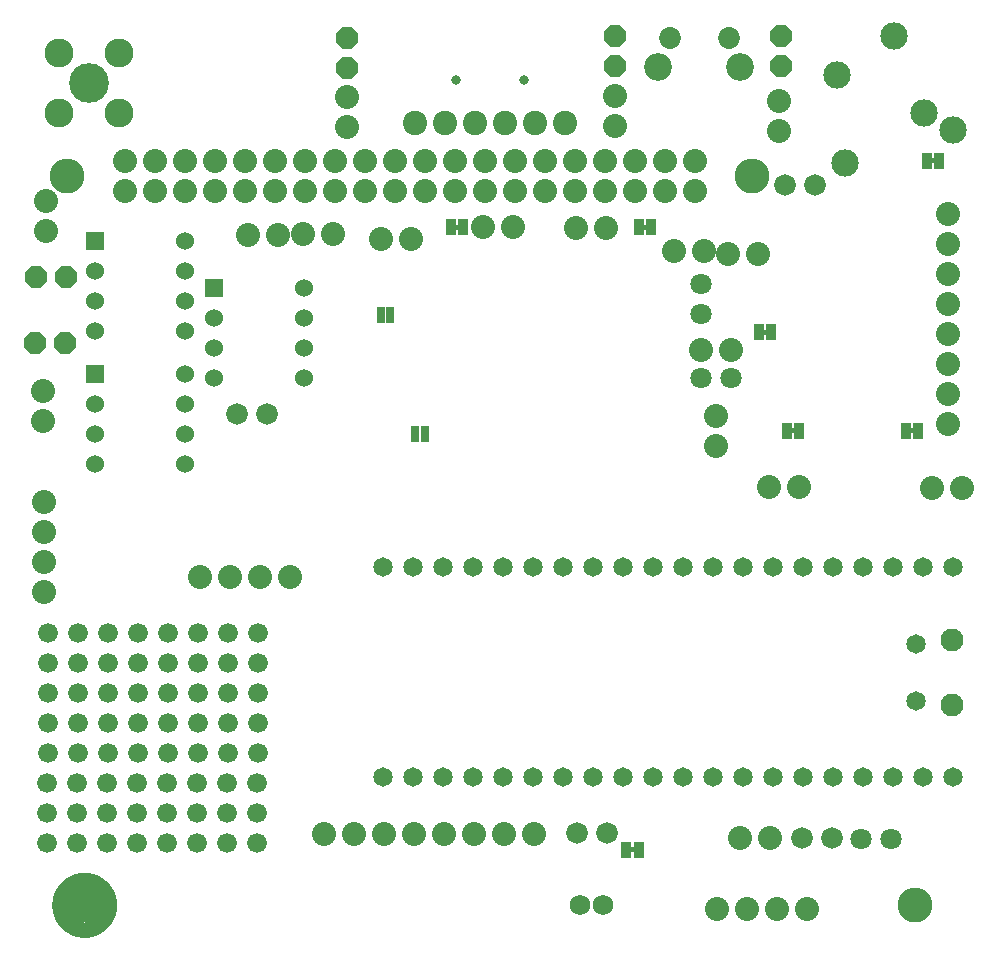
<source format=gbs>
G75*
%MOIN*%
%OFA0B0*%
%FSLAX25Y25*%
%IPPOS*%
%LPD*%
%AMOC8*
5,1,8,0,0,1.08239X$1,22.5*
%
%ADD10C,0.11624*%
%ADD11C,0.05000*%
%ADD12C,0.08000*%
%ADD13C,0.09600*%
%ADD14C,0.13261*%
%ADD15OC8,0.07200*%
%ADD16C,0.06506*%
%ADD17C,0.07687*%
%ADD18C,0.07100*%
%ADD19C,0.07200*%
%ADD20R,0.06000X0.06000*%
%ADD21C,0.06000*%
%ADD22R,0.03100X0.05600*%
%ADD23C,0.09100*%
%ADD24C,0.03159*%
%ADD25C,0.08100*%
%ADD26R,0.03200X0.05600*%
%ADD27C,0.00500*%
%ADD28C,0.06899*%
%ADD29C,0.09261*%
%ADD30C,0.07293*%
%ADD31C,0.06600*%
D10*
X0062220Y0022313D03*
X0056314Y0265336D03*
X0284661Y0265336D03*
X0338913Y0022313D03*
D11*
X0053831Y0022500D02*
X0053833Y0022703D01*
X0053841Y0022905D01*
X0053853Y0023107D01*
X0053871Y0023309D01*
X0053893Y0023510D01*
X0053920Y0023711D01*
X0053953Y0023911D01*
X0053990Y0024110D01*
X0054032Y0024308D01*
X0054078Y0024506D01*
X0054130Y0024701D01*
X0054186Y0024896D01*
X0054248Y0025089D01*
X0054313Y0025281D01*
X0054384Y0025471D01*
X0054459Y0025659D01*
X0054539Y0025845D01*
X0054623Y0026029D01*
X0054712Y0026211D01*
X0054806Y0026391D01*
X0054903Y0026568D01*
X0055005Y0026743D01*
X0055112Y0026916D01*
X0055222Y0027086D01*
X0055337Y0027253D01*
X0055455Y0027417D01*
X0055578Y0027578D01*
X0055705Y0027736D01*
X0055835Y0027891D01*
X0055969Y0028043D01*
X0056107Y0028191D01*
X0056249Y0028336D01*
X0056394Y0028478D01*
X0056542Y0028616D01*
X0056694Y0028750D01*
X0056849Y0028880D01*
X0057007Y0029007D01*
X0057168Y0029130D01*
X0057332Y0029248D01*
X0057499Y0029363D01*
X0057669Y0029473D01*
X0057842Y0029580D01*
X0058017Y0029682D01*
X0058194Y0029779D01*
X0058374Y0029873D01*
X0058556Y0029962D01*
X0058740Y0030046D01*
X0058926Y0030126D01*
X0059114Y0030201D01*
X0059304Y0030272D01*
X0059496Y0030337D01*
X0059689Y0030399D01*
X0059884Y0030455D01*
X0060079Y0030507D01*
X0060277Y0030553D01*
X0060475Y0030595D01*
X0060674Y0030632D01*
X0060874Y0030665D01*
X0061075Y0030692D01*
X0061276Y0030714D01*
X0061478Y0030732D01*
X0061680Y0030744D01*
X0061882Y0030752D01*
X0062085Y0030754D01*
X0062288Y0030752D01*
X0062490Y0030744D01*
X0062692Y0030732D01*
X0062894Y0030714D01*
X0063095Y0030692D01*
X0063296Y0030665D01*
X0063496Y0030632D01*
X0063695Y0030595D01*
X0063893Y0030553D01*
X0064091Y0030507D01*
X0064286Y0030455D01*
X0064481Y0030399D01*
X0064674Y0030337D01*
X0064866Y0030272D01*
X0065056Y0030201D01*
X0065244Y0030126D01*
X0065430Y0030046D01*
X0065614Y0029962D01*
X0065796Y0029873D01*
X0065976Y0029779D01*
X0066153Y0029682D01*
X0066328Y0029580D01*
X0066501Y0029473D01*
X0066671Y0029363D01*
X0066838Y0029248D01*
X0067002Y0029130D01*
X0067163Y0029007D01*
X0067321Y0028880D01*
X0067476Y0028750D01*
X0067628Y0028616D01*
X0067776Y0028478D01*
X0067921Y0028336D01*
X0068063Y0028191D01*
X0068201Y0028043D01*
X0068335Y0027891D01*
X0068465Y0027736D01*
X0068592Y0027578D01*
X0068715Y0027417D01*
X0068833Y0027253D01*
X0068948Y0027086D01*
X0069058Y0026916D01*
X0069165Y0026743D01*
X0069267Y0026568D01*
X0069364Y0026391D01*
X0069458Y0026211D01*
X0069547Y0026029D01*
X0069631Y0025845D01*
X0069711Y0025659D01*
X0069786Y0025471D01*
X0069857Y0025281D01*
X0069922Y0025089D01*
X0069984Y0024896D01*
X0070040Y0024701D01*
X0070092Y0024506D01*
X0070138Y0024308D01*
X0070180Y0024110D01*
X0070217Y0023911D01*
X0070250Y0023711D01*
X0070277Y0023510D01*
X0070299Y0023309D01*
X0070317Y0023107D01*
X0070329Y0022905D01*
X0070337Y0022703D01*
X0070339Y0022500D01*
X0070337Y0022297D01*
X0070329Y0022095D01*
X0070317Y0021893D01*
X0070299Y0021691D01*
X0070277Y0021490D01*
X0070250Y0021289D01*
X0070217Y0021089D01*
X0070180Y0020890D01*
X0070138Y0020692D01*
X0070092Y0020494D01*
X0070040Y0020299D01*
X0069984Y0020104D01*
X0069922Y0019911D01*
X0069857Y0019719D01*
X0069786Y0019529D01*
X0069711Y0019341D01*
X0069631Y0019155D01*
X0069547Y0018971D01*
X0069458Y0018789D01*
X0069364Y0018609D01*
X0069267Y0018432D01*
X0069165Y0018257D01*
X0069058Y0018084D01*
X0068948Y0017914D01*
X0068833Y0017747D01*
X0068715Y0017583D01*
X0068592Y0017422D01*
X0068465Y0017264D01*
X0068335Y0017109D01*
X0068201Y0016957D01*
X0068063Y0016809D01*
X0067921Y0016664D01*
X0067776Y0016522D01*
X0067628Y0016384D01*
X0067476Y0016250D01*
X0067321Y0016120D01*
X0067163Y0015993D01*
X0067002Y0015870D01*
X0066838Y0015752D01*
X0066671Y0015637D01*
X0066501Y0015527D01*
X0066328Y0015420D01*
X0066153Y0015318D01*
X0065976Y0015221D01*
X0065796Y0015127D01*
X0065614Y0015038D01*
X0065430Y0014954D01*
X0065244Y0014874D01*
X0065056Y0014799D01*
X0064866Y0014728D01*
X0064674Y0014663D01*
X0064481Y0014601D01*
X0064286Y0014545D01*
X0064091Y0014493D01*
X0063893Y0014447D01*
X0063695Y0014405D01*
X0063496Y0014368D01*
X0063296Y0014335D01*
X0063095Y0014308D01*
X0062894Y0014286D01*
X0062692Y0014268D01*
X0062490Y0014256D01*
X0062288Y0014248D01*
X0062085Y0014246D01*
X0061882Y0014248D01*
X0061680Y0014256D01*
X0061478Y0014268D01*
X0061276Y0014286D01*
X0061075Y0014308D01*
X0060874Y0014335D01*
X0060674Y0014368D01*
X0060475Y0014405D01*
X0060277Y0014447D01*
X0060079Y0014493D01*
X0059884Y0014545D01*
X0059689Y0014601D01*
X0059496Y0014663D01*
X0059304Y0014728D01*
X0059114Y0014799D01*
X0058926Y0014874D01*
X0058740Y0014954D01*
X0058556Y0015038D01*
X0058374Y0015127D01*
X0058194Y0015221D01*
X0058017Y0015318D01*
X0057842Y0015420D01*
X0057669Y0015527D01*
X0057499Y0015637D01*
X0057332Y0015752D01*
X0057168Y0015870D01*
X0057007Y0015993D01*
X0056849Y0016120D01*
X0056694Y0016250D01*
X0056542Y0016384D01*
X0056394Y0016522D01*
X0056249Y0016664D01*
X0056107Y0016809D01*
X0055969Y0016957D01*
X0055835Y0017109D01*
X0055705Y0017264D01*
X0055578Y0017422D01*
X0055455Y0017583D01*
X0055337Y0017747D01*
X0055222Y0017914D01*
X0055112Y0018084D01*
X0055005Y0018257D01*
X0054903Y0018432D01*
X0054806Y0018609D01*
X0054712Y0018789D01*
X0054623Y0018971D01*
X0054539Y0019155D01*
X0054459Y0019341D01*
X0054384Y0019529D01*
X0054313Y0019719D01*
X0054248Y0019911D01*
X0054186Y0020104D01*
X0054130Y0020299D01*
X0054078Y0020494D01*
X0054032Y0020692D01*
X0053990Y0020890D01*
X0053953Y0021089D01*
X0053920Y0021289D01*
X0053893Y0021490D01*
X0053871Y0021691D01*
X0053853Y0021893D01*
X0053841Y0022095D01*
X0053833Y0022297D01*
X0053831Y0022500D01*
D12*
X0142035Y0046200D03*
X0152035Y0046200D03*
X0162035Y0046200D03*
X0172035Y0046200D03*
X0182035Y0046200D03*
X0192035Y0046200D03*
X0202035Y0046200D03*
X0212035Y0046200D03*
X0273135Y0021200D03*
X0283135Y0021200D03*
X0293135Y0021200D03*
X0303135Y0021200D03*
X0290635Y0044900D03*
X0280635Y0044900D03*
X0290435Y0161800D03*
X0300435Y0161800D03*
X0272735Y0175300D03*
X0272735Y0185300D03*
X0267835Y0207500D03*
X0277835Y0207500D03*
X0276535Y0239600D03*
X0268635Y0240600D03*
X0258635Y0240600D03*
X0255645Y0260336D03*
X0265645Y0260336D03*
X0265645Y0270336D03*
X0255645Y0270336D03*
X0245645Y0270336D03*
X0245645Y0260336D03*
X0235645Y0260336D03*
X0225645Y0260336D03*
X0215645Y0260336D03*
X0205645Y0260336D03*
X0195645Y0260336D03*
X0185645Y0260336D03*
X0175645Y0260336D03*
X0165645Y0260336D03*
X0155645Y0260336D03*
X0145645Y0260336D03*
X0135645Y0260336D03*
X0125645Y0260336D03*
X0115645Y0260336D03*
X0105645Y0260336D03*
X0095645Y0260336D03*
X0085645Y0260336D03*
X0075645Y0260336D03*
X0075645Y0270336D03*
X0085645Y0270336D03*
X0095645Y0270336D03*
X0105645Y0270336D03*
X0115645Y0270336D03*
X0125645Y0270336D03*
X0135645Y0270336D03*
X0145645Y0270336D03*
X0155645Y0270336D03*
X0165645Y0270336D03*
X0175645Y0270336D03*
X0185645Y0270336D03*
X0195645Y0270336D03*
X0205645Y0270336D03*
X0215645Y0270336D03*
X0225645Y0270336D03*
X0235645Y0270336D03*
X0238935Y0282100D03*
X0238935Y0292100D03*
X0236035Y0248000D03*
X0226035Y0248000D03*
X0205035Y0248300D03*
X0195035Y0248300D03*
X0171135Y0244500D03*
X0161135Y0244500D03*
X0145135Y0246000D03*
X0135135Y0246000D03*
X0126835Y0245900D03*
X0116835Y0245900D03*
X0149735Y0281750D03*
X0149735Y0291750D03*
X0049335Y0257200D03*
X0049335Y0247200D03*
X0048335Y0193800D03*
X0048335Y0183800D03*
X0048635Y0156700D03*
X0048635Y0146700D03*
X0048635Y0136700D03*
X0048635Y0126700D03*
X0100535Y0131700D03*
X0110535Y0131700D03*
X0120535Y0131700D03*
X0130535Y0131700D03*
X0286535Y0239600D03*
X0293785Y0280300D03*
X0293785Y0290300D03*
X0350135Y0252700D03*
X0350135Y0242700D03*
X0350135Y0232700D03*
X0350135Y0222700D03*
X0350135Y0212700D03*
X0350135Y0202700D03*
X0350135Y0192700D03*
X0350135Y0182700D03*
X0354635Y0161400D03*
X0344635Y0161400D03*
D13*
X0073627Y0286607D03*
X0073627Y0306607D03*
X0053627Y0306607D03*
X0053627Y0286607D03*
D14*
X0063627Y0296607D03*
D15*
X0056035Y0231900D03*
X0046035Y0231900D03*
X0045835Y0209700D03*
X0055835Y0209700D03*
X0149635Y0301450D03*
X0149635Y0311450D03*
X0238885Y0312000D03*
X0238885Y0302000D03*
X0294235Y0302100D03*
X0294235Y0312100D03*
D16*
X0291835Y0135000D03*
X0281835Y0135000D03*
X0271835Y0135000D03*
X0261835Y0135000D03*
X0251835Y0135000D03*
X0241835Y0135000D03*
X0231835Y0135000D03*
X0221835Y0135000D03*
X0211835Y0135000D03*
X0201835Y0135000D03*
X0191835Y0135000D03*
X0181835Y0135000D03*
X0171835Y0135000D03*
X0161835Y0135000D03*
X0161835Y0065000D03*
X0171835Y0065000D03*
X0181835Y0065000D03*
X0191835Y0065000D03*
X0201835Y0065000D03*
X0211835Y0065000D03*
X0221835Y0065000D03*
X0231835Y0065000D03*
X0241835Y0065000D03*
X0251835Y0065000D03*
X0261835Y0065000D03*
X0271835Y0065000D03*
X0281835Y0065000D03*
X0291835Y0065000D03*
X0301835Y0065000D03*
X0311835Y0065000D03*
X0321835Y0065000D03*
X0331835Y0065000D03*
X0341835Y0065000D03*
X0351835Y0065000D03*
X0339394Y0090453D03*
X0339394Y0109547D03*
X0341835Y0135000D03*
X0351835Y0135000D03*
X0331835Y0135000D03*
X0321835Y0135000D03*
X0311835Y0135000D03*
X0301835Y0135000D03*
D17*
X0351323Y0110728D03*
X0351323Y0089272D03*
D18*
X0331035Y0044500D03*
X0321035Y0044500D03*
X0277835Y0198000D03*
X0267835Y0198000D03*
X0267835Y0219500D03*
X0267835Y0229500D03*
D19*
X0295835Y0262300D03*
X0305835Y0262300D03*
X0122935Y0186100D03*
X0112935Y0186100D03*
X0226235Y0046600D03*
X0236235Y0046600D03*
X0301235Y0044900D03*
X0311235Y0044900D03*
D20*
X0105435Y0228200D03*
X0065535Y0243700D03*
X0065835Y0199500D03*
D21*
X0065835Y0189500D03*
X0065835Y0179500D03*
X0065835Y0169500D03*
X0095835Y0169500D03*
X0095835Y0179500D03*
X0095835Y0189500D03*
X0095835Y0199500D03*
X0105435Y0198200D03*
X0105435Y0208200D03*
X0105435Y0218200D03*
X0095535Y0213700D03*
X0095535Y0223700D03*
X0095535Y0233700D03*
X0095535Y0243700D03*
X0065535Y0233700D03*
X0065535Y0223700D03*
X0065535Y0213700D03*
X0135435Y0218200D03*
X0135435Y0208200D03*
X0135435Y0198200D03*
X0135435Y0228200D03*
D22*
X0160935Y0219200D03*
X0164135Y0219200D03*
X0172435Y0179300D03*
X0175635Y0179300D03*
D23*
X0313035Y0299100D03*
X0332035Y0312000D03*
X0341935Y0286300D03*
X0351635Y0280900D03*
X0315535Y0269800D03*
D24*
X0208813Y0297589D03*
X0186057Y0297589D03*
D25*
X0182235Y0283100D03*
X0192235Y0283100D03*
X0202235Y0283100D03*
X0212235Y0283100D03*
X0222235Y0283100D03*
X0172235Y0283100D03*
D26*
X0184385Y0248400D03*
X0188485Y0248400D03*
X0247085Y0248300D03*
X0251185Y0248300D03*
X0286985Y0213400D03*
X0291085Y0213400D03*
X0296285Y0180500D03*
X0300385Y0180500D03*
X0335885Y0180500D03*
X0339985Y0180500D03*
X0343085Y0270600D03*
X0347185Y0270600D03*
X0246885Y0040900D03*
X0242785Y0040900D03*
D27*
X0244085Y0040987D02*
X0245585Y0040987D01*
X0245585Y0041400D02*
X0245585Y0040400D01*
X0244085Y0040400D01*
X0244085Y0041400D01*
X0245585Y0041400D01*
X0245585Y0040488D02*
X0244085Y0040488D01*
X0297585Y0180000D02*
X0299085Y0180000D01*
X0299085Y0181000D01*
X0297585Y0181000D01*
X0297585Y0180000D01*
X0297585Y0180072D02*
X0299085Y0180072D01*
X0299085Y0180570D02*
X0297585Y0180570D01*
X0289785Y0212900D02*
X0288285Y0212900D01*
X0288285Y0213900D01*
X0289785Y0213900D01*
X0289785Y0212900D01*
X0289785Y0212973D02*
X0288285Y0212973D01*
X0288285Y0213472D02*
X0289785Y0213472D01*
X0249885Y0247800D02*
X0249885Y0248800D01*
X0248385Y0248800D01*
X0248385Y0247800D01*
X0249885Y0247800D01*
X0249885Y0247869D02*
X0248385Y0247869D01*
X0248385Y0248368D02*
X0249885Y0248368D01*
X0187185Y0248368D02*
X0185685Y0248368D01*
X0185685Y0247900D02*
X0185685Y0248900D01*
X0187185Y0248900D01*
X0187185Y0247900D01*
X0185685Y0247900D01*
X0185685Y0248866D02*
X0187185Y0248866D01*
X0337185Y0181000D02*
X0337185Y0180000D01*
X0338685Y0180000D01*
X0338685Y0181000D01*
X0337185Y0181000D01*
X0337185Y0180570D02*
X0338685Y0180570D01*
X0338685Y0180072D02*
X0337185Y0180072D01*
X0344385Y0270100D02*
X0344385Y0271100D01*
X0345885Y0271100D01*
X0345885Y0270100D01*
X0344385Y0270100D01*
X0344385Y0270302D02*
X0345885Y0270302D01*
X0345885Y0270801D02*
X0344385Y0270801D01*
D28*
X0235172Y0022435D03*
X0227298Y0022435D03*
D29*
X0253255Y0301657D03*
X0280814Y0301657D03*
D30*
X0276877Y0311500D03*
X0257192Y0311500D03*
D31*
X0049535Y0043100D03*
X0059535Y0043100D03*
X0059535Y0053100D03*
X0049535Y0053100D03*
X0049535Y0063100D03*
X0059535Y0063100D03*
X0059935Y0073000D03*
X0049935Y0073000D03*
X0049935Y0083000D03*
X0059935Y0083000D03*
X0059935Y0093000D03*
X0049935Y0093000D03*
X0049935Y0103000D03*
X0059935Y0103000D03*
X0069935Y0103000D03*
X0079935Y0103000D03*
X0089935Y0103000D03*
X0099935Y0103000D03*
X0109935Y0103000D03*
X0119935Y0103000D03*
X0119935Y0093000D03*
X0119935Y0083000D03*
X0109935Y0083000D03*
X0109935Y0093000D03*
X0099935Y0093000D03*
X0099935Y0083000D03*
X0099935Y0073000D03*
X0099535Y0063100D03*
X0109535Y0063100D03*
X0119535Y0063100D03*
X0119935Y0073000D03*
X0109935Y0073000D03*
X0109535Y0053100D03*
X0119535Y0053100D03*
X0119535Y0043100D03*
X0109535Y0043100D03*
X0099535Y0043100D03*
X0099535Y0053100D03*
X0089535Y0053100D03*
X0089535Y0043100D03*
X0079535Y0043100D03*
X0079535Y0053100D03*
X0079535Y0063100D03*
X0089535Y0063100D03*
X0089935Y0073000D03*
X0079935Y0073000D03*
X0079935Y0083000D03*
X0089935Y0083000D03*
X0089935Y0093000D03*
X0079935Y0093000D03*
X0069935Y0093000D03*
X0069935Y0083000D03*
X0069935Y0073000D03*
X0069535Y0063100D03*
X0069535Y0053100D03*
X0069535Y0043100D03*
X0069935Y0113000D03*
X0079935Y0113000D03*
X0089935Y0113000D03*
X0099935Y0113000D03*
X0109935Y0113000D03*
X0119935Y0113000D03*
X0059935Y0113000D03*
X0049935Y0113000D03*
M02*

</source>
